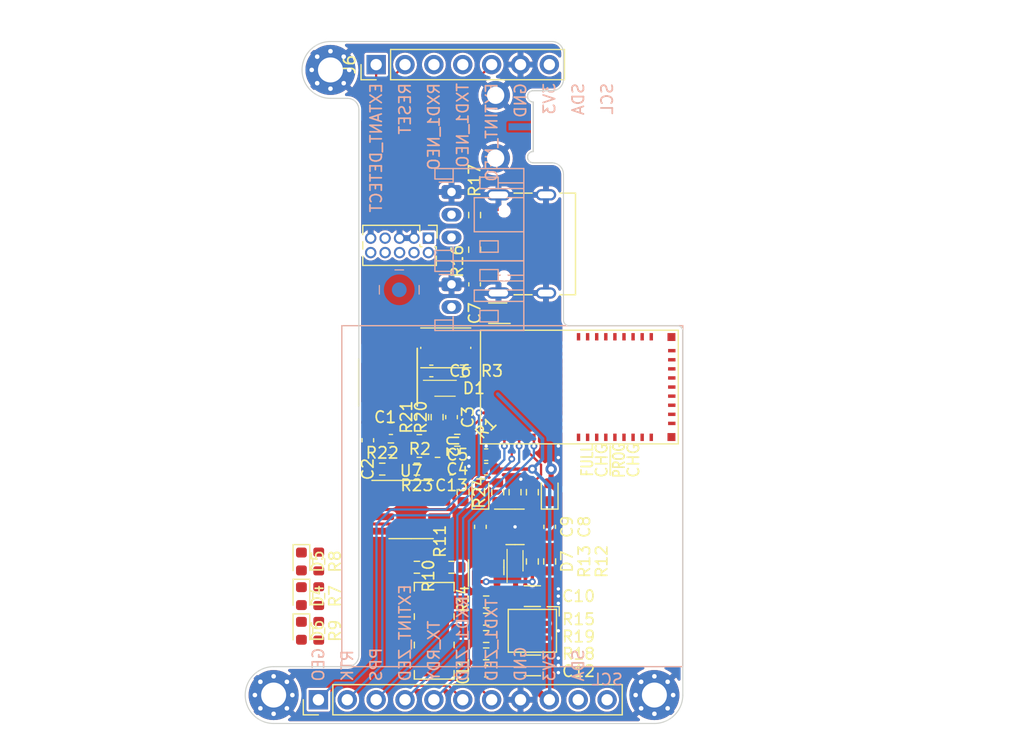
<source format=kicad_pcb>
(kicad_pcb (version 20211014) (generator pcbnew)
  (layers (0 "F.Cu" signal) (1 "In1.Cu" signal) (2 "In2.Cu" signal) (31 "B.Cu" signal) (34 "B.Paste" user) (35 "F.Paste" user) (36 "B.SilkS" user "B.Silkscreen") (37 "F.SilkS" user "F.Silkscreen") (38 "B.Mask" user) (39 "F.Mask" user) (44 "Edge.Cuts" user))
  (net 0 "")
  (net 1 "GND")
  (net 2 "+3.3V")
  (net 3 "/RTK")
  (net 4 "/SCL")
  (net 5 "/SDA")
  (net 6 "/TX_RDY")
  (net 7 "/TXD1_ZED")
  (net 8 "/TXD1_NEO")
  (net 9 "/EXTANT_DETECT")
  (net 10 "/GEO")
  (net 11 "/TP")
  (net 12 "/RXD1_ZED")
  (net 13 "/RESET")
  (net 14 "/EXTINT_ZED")
  (net 15 "/EXTINT_NEO")
  (net 16 "/RXD1_NEO")
  (net 17 "/DTR")
  (net 18 "VBUS")
  (net 19 "+BATT")
  (net 20 "VDD")
  (net 21 "Net-(C11-Pad1)")
  (net 22 "Net-(D2-Pad1)")
  (net 23 "Net-(D3-Pad2)")
  (net 24 "Net-(D4-Pad2)")
  (net 25 "Net-(D5-Pad2)")
  (net 26 "Net-(D6-Pad2)")
  (net 27 "Net-(J1-Pad1)")
  (net 28 "/SWDIO")
  (net 29 "/SWDCLK")
  (net 33 "/RESET_ZED_NEO")
  (net 34 "Net-(J7-PadA5)")
  (net 35 "/D+")
  (net 36 "/D-")
  (net 38 "Net-(J7-PadB5)")
  (net 40 "Net-(Q1-Pad1)")
  (net 41 "/nRF52_TXD")
  (net 42 "Net-(R1-Pad2)")
  (net 43 "Net-(R2-Pad1)")
  (net 44 "/CH340K_TXD")
  (net 45 "Net-(R4-Pad2)")
  (net 46 "/~{CHG_STAT}")
  (net 47 "/VBAT")
  (net 48 "/~{VBAT_EN}")
  (net 49 "Net-(R14-Pad2)")
  (net 50 "Net-(R15-Pad1)")
  (net 51 "Net-(R18-Pad1)")
  (net 52 "Net-(R19-Pad1)")
  (net 55 "/CH340K_RXD")
  (net 56 "/nRF52_RXD")
  (net 57 "/RoverMode")
  (net 58 "Net-(U3-Pad24)")
  (net 59 "Net-(U3-Pad34)")
  (net 94 "Net-(U5-PadA2)")
  (net 95 "Net-(U5-PadA4)")
  (net 97 "/BaseMode")
  (net 98 "/RS485_TXD")
  (net 99 "/RS485_RXD")
  (net 100 "/RS485_B")
  (net 101 "/RS485_A")
  (footprint "Capacitor_SMD:C_0603_1608Metric" (layer "F.Cu") (at 134.318 124.064 180)
    (fp_text reference "C1")
    (fp_text value "0.1u")
  )
  (footprint "Package_SO:SOIC-8_3.9x4.9mm_P1.27mm" (layer "F.Cu") (at 136.096 131.176)
    (fp_text reference "U7")
    (fp_text value "MAX3485")
  )
  (footprint "Resistor_SMD:R_0603_1608Metric" (layer "F.Cu") (at 142.7 139.304 180)
    (fp_text reference "R14")
    (fp_text value "Rtop")
  )
  (footprint "Capacitor_SMD:C_0603_1608Metric" (layer "F.Cu") (at 142.7 127.62 180)
    (fp_text reference "C4")
    (fp_text value "1u")
  )
  (footprint "Capacitor_SMD:C_0603_1608Metric" (layer "F.Cu") (at 142.7 126.35 180)
    (fp_text reference "C5")
    (fp_text value "0.1u")
  )
  (footprint "Resistor_SMD:R_0603_1608Metric" (layer "F.Cu") (at 148.288 135.748 -90)
    (fp_text reference "R12")
    (fp_text value "100k")
  )
  (footprint "Resistor_SMD:R_0603_1608Metric" (layer "F.Cu") (at 133.556 127.62)
    (fp_text reference "R22")
    (fp_text value "10k")
  )
  (footprint "Capacitor_SMD:C_0603_1608Metric" (layer "F.Cu") (at 137.874 118.984)
    (fp_text reference "C6")
    (fp_text value "0.1u")
  )
  (footprint "Connector_PinHeader_2.54mm:PinHeader_1x07_P2.54mm_Vertical" (layer "F.Cu") (at 133.02 92.032 90)
    (fp_text reference "J6")
    (fp_text value "NEO")
  )
  (footprint "Connector_PinHeader_2.54mm:PinHeader_1x11_P2.54mm_Vertical" (layer "F.Cu") (at 127.94 147.912 90)
    (fp_text reference "J4" hide)
    (fp_text value "ZED")
  )
  (footprint "Capacitor_SMD:C_0603_1608Metric" (layer "F.Cu") (at 139.652 123.048 -90)
    (fp_text reference "C3")
    (fp_text value "0.1u")
  )
  (footprint "Resistor_SMD:R_0603_1608Metric" (layer "F.Cu") (at 146.764 129.652 90)
    (fp_text reference "R5" hide)
    (fp_text value "1k")
  )
  (footprint "Converter_DCDC_extlib:Converter_DCDC_AnalogDevices_LTM4693" (layer "F.Cu") (at 146.764 141.844 -90)
    (fp_text reference "U5" hide)
    (fp_text value "LTM4693")
  )
  (footprint "Capacitor_SMD:C_0603_1608Metric" (layer "F.Cu") (at 139.652 127.62 180)
    (fp_text reference "C13")
    (fp_text value "0.1u")
  )
  (footprint "LED_SMD:LED_0603_1608Metric" (layer "F.Cu") (at 142.192 129.652 90)
    (fp_text reference "D3" hide)
    (fp_text value "GREEN")
  )
  (footprint "Package_TO_SOT_SMD:SOT-666" (layer "F.Cu") (at 143.716 113.904 180)
    (fp_text reference "U6" hide)
    (fp_text value "USBLC6-2P6")
  )
  (footprint "Capacitor_SMD:C_0603_1608Metric" (layer "F.Cu") (at 132.286 125.08 -90)
    (fp_text reference "C2")
    (fp_text value "0.1u")
  )
  (footprint "Capacitor_SMD:C_0603_1608Metric" (layer "F.Cu") (at 142.7 145.4)
    (fp_text reference "C11")
    (fp_text value "2200pF50V CH 1608")
  )
  (footprint "RF_Module_extlib:ISP4520-AS_with_Keep-Out" (layer "F.Cu") (at 159.5 115.5)
    (fp_text reference "U3" hide)
    (fp_text value "ISP4520-AS")
  )
  (footprint "Resistor_SMD:R_0603_1608Metric" (layer "F.Cu") (at 127.968 135.748 -90)
    (fp_text reference "R8")
    (fp_text value "1k")
  )
  (footprint "Package_SO:SSOP-10_3.9x4.9mm_P1.00mm" (layer "F.Cu") (at 134.064 120 -90)
    (fp_text reference "U1" hide)
    (fp_text value "CH340K")
  )
  (footprint "LED_SMD:LED_0603_1608Metric" (layer "F.Cu") (at 148.288 129.652 90)
    (fp_text reference "D2" hide)
    (fp_text value "RED")
  )
  (footprint "Capacitor_SMD:C_0603_1608Metric" (layer "F.Cu") (at 142.192 132.7 90)
    (fp_text reference "C9")
    (fp_text value "47μF6.3V X5R 1608")
  )
  (footprint "Capacitor_SMD:C_0603_1608Metric" (layer "F.Cu") (at 148.288 132.7 -90)
    (fp_text reference "C8")
    (fp_text value "0.1u")
  )
  (footprint "Resistor_SMD:R_0603_1608Metric" (layer "F.Cu") (at 136.604 136.256 180)
    (fp_text reference "R11")
    (fp_text value "510k")
  )
  (footprint "LED_SMD:LED_0603_1608Metric" (layer "F.Cu") (at 126.444 138.796 -90)
    (fp_text reference "D4")
    (fp_text value "RTK")
  )
  (footprint "Resistor_SMD:R_0603_1608Metric" (layer "F.Cu") (at 127.968 141.844 -90)
    (fp_text reference "R9")
    (fp_text value "1k")
  )
  (footprint "Package_DFN_QFN_extlib:Texas_RMG0012A_1.8x1.8mm_P0.4mm" (layer "F.Cu") (at 137.62 125.588 -90)
    (fp_text reference "U2")
    (fp_text value "TMUX131")
  )
  (footprint "Boards_extlib:CLAS_Combo_Breakout" (layer "F.Cu") (at 130 120)
    (fp_text reference "REF**" hide)
    (fp_text value "CLAS_Combo_Breakout")
  )
  (footprint "Resistor_SMD:R_0603_1608Metric" (layer "F.Cu") (at 140.668 129.652 -90)
    (fp_text reference "R24")
    (fp_text value "120")
  )
  (footprint "Connector_USB_extlib:USB_C_Receptacle_5077CR-16-SMC2-BK-TR" (layer "F.Cu") (at 145.748 107.808 90)
    (fp_text reference "J7" hide)
    (fp_text value "USB_C_Receptacle_USB2.0")
  )
  (footprint "Resistor_SMD:R_0603_1608Metric" (layer "F.Cu") (at 142.7 143.876 180)
    (fp_text reference "R18")
    (fp_text value "10k")
  )
  (footprint "Resistor_SMD:R_0603_1608Metric" (layer "F.Cu") (at 137.112 123.048 90)
    (fp_text reference "R21")
    (fp_text value "10k")
  )
  (footprint "Package_TO_SOT_SMD:SOT-23-5" (layer "F.Cu") (at 145.24 132.7)
    (fp_text reference "U4" hide)
    (fp_text value "MCP73831-2-OT")
  )
  (footprint "MountingHole:MountingHole_2.2mm_M2_Pad_Via" (layer "F.Cu") (at 157.5 147.5)
    (fp_text reference "H1" hide)
    (fp_text value "MH")
  )
  (footprint "Resistor_SMD:R_0603_1608Metric" (layer "F.Cu") (at 142.7 142.352 180)
    (fp_text reference "R19")
    (fp_text value "26.2k")
  )
  (footprint "MountingHole:MountingHole_2.2mm_M2_Pad_Via" (layer "F.Cu") (at 129 92.5)
    (fp_text reference "H2" hide)
    (fp_text value "MH")
  )
  (footprint "Capacitor_SMD:C_0603_1608Metric" (layer "F.Cu") (at 141.684 111.364 90)
    (fp_text reference "C7")
    (fp_text value "47μF6.3V X5R 1608")
  )
  (footprint "Resistor_SMD:R_0603_1608Metric" (layer "F.Cu") (at 146.764 135.748 -90)
    (fp_text reference "R13")
    (fp_text value "10")
  )
  (footprint "Resistor_SMD:R_0603_1608Metric" (layer "F.Cu") (at 145.24 129.652 -90)
    (fp_text reference "R4" hide)
    (fp_text value "RILIM")
  )
  (footprint "Resistor_SMD:R_0603_1608Metric" (layer "F.Cu") (at 142.7 140.828 180)
    (fp_text reference "R15")
    (fp_text value "Rbtm")
  )
  (footprint "Resistor_SMD:R_0603_1608Metric" (layer "F.Cu") (at 138.382 123.048 90)
    (fp_text reference "R20")
    (fp_text value "10k")
  )
  (footprint "Button_Switch_SMD:SW_Push_1P1T_NO_Vertical_Wuerth_434133025816" (layer "F.Cu") (at 139.144 116.952 180)
    (fp_text reference "SW1" hide)
    (fp_text value "SW_Push")
  )
  (footprint "Resistor_SMD:R_0603_1608Metric" (layer "F.Cu") (at 140.16 125.08)
    (fp_text reference "R1")
    (fp_text value "33")
  )
  (footprint "Resistor_SMD:R_0603_1608Metric" (layer "F.Cu") (at 127.968 138.796 -90)
    (fp_text reference "R7")
    (fp_text value "1k")
  )
  (footprint "Resistor_SMD:R_0603_1608Metric" (layer "F.Cu") (at 141.684 108.316 90)
    (fp_text reference "R16")
    (fp_text value "5.1k")
  )
  (footprint "Resistor_SMD:R_0603_1608Metric" (layer "F.Cu") (at 140.668 118.984)
    (fp_text reference "R3")
    (fp_text value "10k")
  )
  (footprint "Resistor_SMD:R_0603_1608Metric" (layer "F.Cu") (at 139.652 136.256 180)
    (fp_text reference "R10")
    (fp_text value "1M")
  )
  (footprint "MountingHole:MountingHole_2.2mm_M2_Pad_Via" (layer "F.Cu") (at 124 147.5)
    (fp_text reference "H3" hide)
    (fp_text value "MH")
  )
  (footprint "LED_SMD:LED_0603_1608Metric" (layer "F.Cu") (at 126.444 135.748 -90)
    (fp_text reference "D5")
    (fp_text value "GEO")
  )
  (footprint "Capacitor_SMD:C_1206_3216Metric" (layer "F.Cu") (at 146.764 144.892)
    (fp_text reference "C12")
    (fp_text value "220μF4V X6S 3216")
  )
  (footprint "Button_Switch_SMD_extlib:SW_SPDT_SSSS213202" (layer "F.Cu") (at 138.128 141.844 -90)
    (fp_text reference "SW2" hide)
    (fp_text value "SW_SPDT")
  )
  (footprint "Resistor_SMD:R_0603_1608Metric" (layer "F.Cu") (at 136.604 127.62 180)
    (fp_text reference "R23")
    (fp_text value "10k")
  )
  (footprint "Resistor_SMD:R_0603_1608Metric" (layer "F.Cu") (at 134.318 125.842)
    (fp_text reference "R2")
    (fp_text value "33")
  )
  (footprint "CUHS20S30:CUHS20S30" (layer "F.Cu") (at 139.078 120.508)
    (fp_text reference "D1")
    (fp_text value "CUHS20S30" hide)
  )
  (footprint "CUHS20S30:CUHS20S30" (layer "F.Cu") (at 145.24 135.682 90)
    (fp_text reference "D7")
    (fp_text value "CUHS20S30" hide)
  )
  (footprint "Resistor_SMD:R_0603_1608Metric" (layer "F.Cu") (at 143.716 129.652 90)
    (fp_text reference "R6" hide)
    (fp_text value "1k")
  )
  (footprint "Package_TO_SOT_SMD:SOT-23" (layer "F.Cu") (at 142.7 136.256 90)
    (fp_text reference "Q1" hide)
    (fp_text value "AO3415A")
  )
  (footprint "Connector_PinHeader_1.27mm:PinHeader_2x05_P1.27mm_Vertical" (layer "F.Cu") (at 137.62 107.3 -90)
    (fp_text reference "J3" hide)
    (fp_text value "SWD")
  )
  (footprint "Resistor_SMD:R_0603_1608Metric" (layer "F.Cu") (at 141.684 105.268 90)
    (fp_text reference "R17")
    (fp_text value "5.1k")
  )
  (footprint "Capacitor_SMD:C_1206_3216Metric" (layer "F.Cu") (at 146.764 138.796)
    (fp_text reference "C10")
    (fp_text value "100μF10V X5R 3216")
  )
  (footprint "LED_SMD:LED_0603_1608Metric" (layer "F.Cu") (at 126.444 141.844 -90)
    (fp_text reference "D6")
    (fp_text value "PPS")
  )
  (footprint "Connector_JST:JST_PH_S2B-PH-K_1x02_P2.00mm_Horizontal" (layer "B.Cu") (at 139.652 111.364 -90)
    (fp_text reference "J5" hide)
    (fp_text value "BATT")
  )
  (footprint "Connector_Coaxial_extlib:SMA_Molex_0732512440_embed" (layer "B.Cu") (at 148.5 97.5 180)
    (fp_text reference "J2" hide)
    (fp_text value "SMA")
    (fp_line (start 1.66 -3.175) (end 0 -3.175) (layer "Edge.Cuts") (width 0.12))
    (fp_line (start 1.66 -2.175) (end 1.66 2.175) (layer "Edge.Cuts") (width 0.12))
    (fp_line (start 1.66 3.175) (end 0 3.175) (layer "Edge.Cuts") (width 0.12))
    (fp_arc (start 1.66 2.175) (mid 2.16 2.675) (end 1.66 3.175) (layer "Edge.Cuts") (width 0.12))
    (fp_arc (start 1.66 -3.175) (mid 2.16 -2.675) (end 1.66 -2.175) (layer "Edge.Cuts") (width 0.12))
  )
  (footprint "Connector_JST:JST_PH_S3B-PH-K_1x03_P2.00mm_Horizontal" (layer "B.Cu") (at 139.652 103.236 -90)
    (fp_text reference "J8" hide)
    (fp_text value "RS485")
  )
  (footprint "Battery_extlib:LiPo_3.7V_500mAh_503030" (layer "B.Cu") (at 145 130 90)
    (fp_text reference "REF**" hide)
    (fp_text value "LiPo_3.7V_500mAh_503030")
  )
  (footprint "Connector_Coaxial_extlib:MMCX_Samtec_MMCX-P-P-H-ST-SM1_Male" (layer "B.Cu") (at 135.052 111.844 180)
    (fp_text reference "J1" hide)
    (fp_text value "MMCX" hide)
  )
  (gr_line (start 153.622 125.588) (end 153.622 128.128) (layer "F.SilkS") (width 0.15))
  (gr_line (start 159.5 115) (end 150 115) (layer "Edge.Cuts") (width 0.1))
  (gr_line (start 149.5 93.325) (end 149.5 91) (layer "Edge.Cuts") (width 0.1))
  (gr_arc (start 149.5 93.325) (mid 149.207107 94.032107) (end 148.5 94.325) (layer "Edge.Cuts") (width 0.1))
  (gr_line (start 160 147.5) (end 160 115.5) (layer "Edge.Cuts") (width 0.1))
  (gr_line (start 131.5 96) (end 131.5 144) (layer "Edge.Cuts") (width 0.1))
  (gr_line (start 148.5 90) (end 129 90) (layer "Edge.Cuts") (width 0.1))
  (gr_arc (start 129 95) (mid 127.232233 94.267767) (end 126.5 92.5) (layer "Edge.Cuts") (width 0.1))
  (gr_arc (start 131.5 144) (mid 131.207107 144.707107) (end 130.5 145) (layer "Edge.Cuts") (width 0.1))
  (gr_arc (start 159.5 115) (mid 159.853553 115.146447) (end 160 115.5) (layer "Edge.Cuts") (width 0.1))
  (gr_arc (start 150 115) (mid 149.646447 114.853553) (end 149.5 114.5) (layer "Edge.Cuts") (width 0.1))
  (gr_arc (start 130.5 95) (mid 131.207107 95.292893) (end 131.5 96) (layer "Edge.Cuts") (width 0.1))
  (gr_line (start 129 95) (end 130.5 95) (layer "Edge.Cuts") (width 0.1))
  (gr_arc (start 160 147.5) (mid 159.267767 149.267767) (end 157.5 150) (layer "Edge.Cuts") (width 0.1))
  (gr_arc (start 148.5 90) (mid 149.207107 90.292893) (end 149.5 91) (layer "Edge.Cuts") (width 0.1))
  (gr_line (start 149.5 114.5) (end 149.5 101.675) (layer "Edge.Cuts") (width 0.1))
  (gr_arc (start 126.5 92.5) (mid 127.232233 90.732233) (end 129 90) (layer "Edge.Cuts") (width 0.1))
  (gr_line (start 124 145) (end 130.5 145) (layer "Edge.Cuts") (width 0.1))
  (gr_arc (start 124 150) (mid 121.5 147.5) (end 124 145) (layer "Edge.Cuts") (width 0.1))
  (gr_line (start 124 150) (end 157.5 150) (layer "Edge.Cuts") (width 0.1))
  (gr_arc (start 148.5 100.675) (mid 149.207107 100.967893) (end 149.5 101.675) (layer "Edge.Cuts") (width 0.1))
  (gr_text "RESET" (at 135.56 93.556 90) (layer "B.SilkS") (effects (font (size 1 1)) (justify left mirror)))
  (gr_text "TXD1_NEO" (at 140.64 93.556 90) (layer "B.SilkS") (effects (font (size 1 1)) (justify left mirror)))
  (gr_text "GND" (at 145.72 93.556 90) (layer "B.SilkS") (effects (font (size 1 1)) (justify left mirror)))
  (gr_text "3V3" (at 148.26 93.556 90) (layer "B.SilkS") (effects (font (size 1 1)) (justify left mirror)))
  (gr_text "SDA" (at 150.8 146.388 90) (layer "B.SilkS") (effects (font (size 1 1)) (justify right mirror)))
  (gr_text "3V3" (at 148.26 146.388 90) (layer "B.SilkS") (effects (font (size 1 1)) (justify right mirror)))
  (gr_text "EXTINT_ZED" (at 135.56 146.388 90) (layer "B.SilkS") (effects (font (size 1 1)) (justify right mirror)))
  (gr_text "EXTINT_NEO" (at 143.18 93.556 90) (layer "B.SilkS") (effects (font (size 1 1)) (justify left mirror)))
  (gr_text "SCL" (at 153.34 146.134) (layer "B.SilkS") (effects (font (size 1 1)) (justify mirror)))
  (gr_text "RTK" (at 130.48 146.388 90) (layer "B.SilkS") (effects (font (size 1 1)) (justify right mirror)))
  (gr_text "SCL" (at 153.34 93.556 90) (layer "B.SilkS") (effects (font (size 1 1)) (justify left mirror)))
  (gr_text "TX_RDY" (at 138.1 146.388 90) (layer "B.SilkS") (effects (font (size 1 1)) (justify right mirror)))
  (gr_text "TXD1_ZED" (at 143.18 146.388 90) (layer "B.SilkS") (effects (font (size 1 1)) (justify right mirror)))
  (gr_text "GND" (at 145.72 146.388 90) (layer "B.SilkS") (effects (font (size 1 1)) (justify right mirror)))
  (gr_text "GEO" (at 127.94 146.388 90) (layer "B.SilkS") (effects (font (size 1 1)) (justify right mirror)))
  (gr_text "RXD1_NEO" (at 138.1 93.556 90) (layer "B.SilkS") (effects (font (size 1 1)) (justify left mirror)))
  (gr_text "EXTANT_DETECT" (at 133.02 93.556 90) (layer "B.SilkS") (effects (font (size 1 1)) (justify left mirror)))
  (gr_text "RXD1_ZED" (at 140.64 146.388 90) (layer "B.SilkS") (effects (font (size 1 1)) (justify right mirror)))
  (gr_text "PPS" (at 133.02 146.388 90) (layer "B.SilkS") (effects (font (size 1 1)) (justify right mirror)))
  (gr_text "SDA" (at 150.8 93.556 90) (layer "B.SilkS") (effects (font (size 1 1)) (justify left mirror)))
  (gr_text "CHG" (at 155.654 126.858 90) (layer "F.SilkS") (effects (font (size 1 1))))
  (gr_text "PROG" (at 154.384 126.858 90) (layer "F.SilkS") (effects (font (size 1 0.75))))
  (gr_text "CHG" (at 152.86 126.858 90) (layer "F.SilkS") (effects (font (size 1 1))))
  (gr_text "FULL" (at 151.59 126.858 90) (layer "F.SilkS") (effects (font (size 1 0.8))))
  (via (at 149.05 138.161) (size 0.6) (drill 0.3) (layers "F.Cu" "B.Cu") (net 1))
  (via (at 149.05 138.796) (size 0.6) (drill 0.3) (layers "F.Cu" "B.Cu") (net 1))
  (via (at 149.05 144.892) (size 0.6) (drill 0.3) (layers "F.Cu" "B.Cu") (net 1))
  (via (at 145.748 128.509) (size 0.6) (drill 0.3) (layers "F.Cu" "B.Cu") (net 1))
  (via (at 149.05 139.431) (size 0.6) (drill 0.3) (layers "F.Cu" "B.Cu") (net 1))
  (via (at 141.176 126.604) (size 0.6) (drill 0.3) (layers "F.Cu" "B.Cu") (net 1))
  (via (at 145.24 132.7) (size 0.6) (drill 0.3) (layers "F.Cu" "B.Cu") (net 1))
  (via (at 149.05 141.844) (size 0.6) (drill 0.3) (layers "F.Cu" "B.Cu") (net 1))
  (via (at 142.7 125.588) (size 0.6) (drill 0.3) (layers "F.Cu" "B.Cu") (net 1))
  (via (at 149.05 126.604) (size 0.6) (drill 0.3) (layers "F.Cu" "B.Cu") (net 1))
  (via (at 149.05 144.257) (size 0.6) (drill 0.3) (layers "F.Cu" "B.Cu") (net 1))
  (via (at 141.176 127.366) (size 0.6) (drill 0.3) (layers "F.Cu" "B.Cu") (net 1))
  (via (at 149.05 125.588) (size 0.6) (drill 0.3) (layers "F.Cu" "B.Cu") (net 1))
  (via (at 149.05 145.527) (size 0.6) (drill 0.3) (layers "F.Cu" "B.Cu") (net 1))
  (segment (start 146.764 127.62) (end 143.475 127.62) (width 0.3) (layer "F.Cu") (net 2))
  (segment (start 143.475 125.448) (end 143.475 126.35) (width 0.3) (layer "F.Cu") (net 2))
  (segment (start 146.114 142.494) (end 146.114 143.144) (width 0.45) (layer "F.Cu") (net 2))
  (segment (start 145.289 144.589) (end 145.289 144.892) (width 0.45) (layer "F.Cu") (net 2))
  (segment (start 145.289 144.892) (end 145.289 145.195) (width 0.6) (layer "F.Cu") (net 2))
  (segment (start 143.65 124.825) (end 143.65 125.273) (width 0.3) (layer "F.Cu") (net 2))
  (segment (start 146.114 143.764) (end 145.289 144.589) (width 0.45) (layer "F.Cu") (net 2))
  (segment (start 148.006 147.912) (end 148.26 147.912) (width 0.6) (layer "F.Cu") (net 2))
  (segment (start 145.289 145.195) (end 148.006 147.912) (width 0.6) (layer "F.Cu") (net 2))
  (segment (start 143.65 125.273) (end 143.475 125.448) (width 0.3) (layer "F.Cu") (net 2))
  (segment (start 146.114 143.144) (end 146.114 143.764) (width 0.45) (layer "F.Cu") (net 2))
  (segment (start 146.114 143.144) (end 146.764 143.144) (width 0.45) (layer "F.Cu") (net 2))
  (segment (start 143.475 127.62) (end 143.475 126.35) (width 0.3) (layer "F.Cu") (net 2))
  (via (at 146.764 127.62) (size 0.8) (drill 0.4) (layers "F.Cu" "B.Cu") (net 2))
  (segment (start 148.26 147.912) (end 148.288 147.884) (width 0.3) (layer "B.Cu") (net 2))
  (segment (start 147.653 126.731) (end 147.653 124.953) (width 0.3) (layer "B.Cu") (net 2))
  (segment (start 148.288 129.144) (end 146.764 127.62) (width 0.3) (layer "B.Cu") (net 2))
  (segment (start 148.288 147.884) (end 148.288 129.144) (width 0.3) (layer "B.Cu") (net 2))
  (segment (start 147.653 124.953) (end 143.716 121.016) (width 0.3) (layer "B.Cu") (net 2))
  (segment (start 146.764 127.62) (end 147.653 126.731) (width 0.3) (layer "B.Cu") (net 2))
  (segment (start 144.3 124.825) (end 144.3 125.588) (width 0.2) (layer "F.Cu") (net 3))
  (via (at 144.3 125.588) (size 0.6) (drill 0.3) (layers "F.Cu" "B.Cu") (net 3))
  (segment (start 139.398 131.684) (end 144.3 126.782) (width 0.2) (layer "B.Cu") (net 3))
  (segment (start 134.572 131.684) (end 139.398 131.684) (width 0.2) (layer "B.Cu") (net 3))
  (segment (start 133.556 144.836) (end 133.556 132.7) (width 0.2) (layer "B.Cu") (net 3))
  (segment (start 130.48 147.912) (end 133.556 144.836) (width 0.2) (layer "B.Cu") (net 3))
  (segment (start 144.3 126.782) (end 144.3 125.588) (width 0.2) (layer "B.Cu") (net 3))
  (segment (start 133.556 132.7) (end 134.572 131.684) (width 0.2) (layer "B.Cu") (net 3))
  (segment (start 146.9 124.825) (end 146.9 125.588) (width 0.2) (layer "F.Cu") (net 6))
  (via (at 146.9 125.588) (size 0.6) (drill 0.3) (layers "F.Cu" "B.Cu") (net 6))
  (segment (start 141.176 144.836) (end 141.176 132.192) (width 0.2) (layer "B.Cu") (net 6))
  (segment (start 141.176 132.192) (end 146.9 126.468) (width 0.2) (layer "B.Cu") (net 6))
  (segment (start 138.1 147.912) (end 141.176 144.836) (width 0.2) (layer "B.Cu") (net 6))
  (segment (start 146.9 126.468) (end 146.9 125.588) (width 0.2) (layer "B.Cu") (net 6))
  (segment (start 141.43 146.162) (end 136.35 146.162) (width 0.2) (layer "F.Cu") (net 7))
  (segment (start 141.43 146.162) (end 143.18 147.912) (width 0.2) (layer "F.Cu") (net 7))
  (segment (start 136.35 146.162) (end 136.096 145.908) (width 0.2) (layer "F.Cu") (net 7))
  (segment (start 132.032 94.6) (end 132.032 96.632) (width 0.2) (layer "F.Cu") (net 9))
  (segment (start 133.02 93.612) (end 132.54 94.092) (width 0.2) (layer "F.Cu") (net 9))
  (segment (start 133.02 92.032) (end 133.02 93.612) (width 0.2) (layer "F.Cu") (net 9))
  (segment (start 132.54 94.092) (end 132.032 94.6) (width 0.2) (layer "F.Cu") (net 9))
  (segment (start 142.073 122.675) (end 142.065 122.667) (width 0.2) (layer "F.Cu") (net 10))
  (segment (start 142.775 122.675) (end 142.073 122.675) (width 0.2) (layer "F.Cu") (net 10))
  (via (at 142.065 122.667) (size 0.6) (drill 0.3) (layers "F.Cu" "B.Cu") (net 10))
  (segment (start 133.048 144.384) (end 133.048 132.446) (width 0.2) (layer "B.Cu") (net 10))
  (segment (start 142.065 128.255) (end 142.065 122.667) (width 0.2) (layer "B.Cu") (net 10))
  (segment (start 139.144 131.176) (end 142.065 128.255) (width 0.2) (layer "B.Cu") (net 10))
  (segment (start 131.016 146.416) (end 133.048 144.384) (width 0.2) (layer "B.Cu") (net 10))
  (segment (start 134.318 131.176) (end 139.144 131.176) (width 0.2) (layer "B.Cu") (net 10))
  (segment (start 127.94 147.912) (end 129.436 146.416) (width 0.2) (layer "B.Cu") (net 10))
  (segment (start 133.048 132.446) (end 134.318 131.176) (width 0.2) (layer "B.Cu") (net 10))
  (segment (start 129.436 146.416) (end 131.016 146.416) (width 0.2) (layer "B.Cu") (net 10))
  (segment (start 144.95 124.825) (end 144.95 126.731) (width 0.2) (layer "F.Cu") (net 11))
  (via (at 144.95 126.731) (size 0.6) (drill 0.3) (layers "F.Cu" "B.Cu") (net 11))
  (segment (start 140.16 131.684) (end 140.16 140.772) (width 0.2) (layer "B.Cu") (net 11))
  (segment (start 144.95 126.894) (end 140.16 131.684) (width 0.2) (layer "B.Cu") (net 11))
  (segment (start 144.95 126.731) (end 144.95 126.894) (width 0.2) (layer "B.Cu") (net 11))
  (segment (start 140.16 140.772) (end 133.02 147.912) (width 0.2) (layer "B.Cu") (net 11))
  (segment (start 139.398 146.67) (end 136.096 146.67) (width 0.2) (layer "F.Cu") (net 12))
  (segment (start 140.64 147.912) (end 139.398 146.67) (width 0.2) (layer "F.Cu") (net 12))
  (segment (start 136.096 146.67) (end 135.588 146.162) (width 0.2) (layer "F.Cu") (net 12))
  (segment (start 145.6 124.825) (end 145.6 125.588) (width 0.2) (layer "F.Cu") (net 14))
  (via (at 145.6 125.588) (size 0.6) (drill 0.3) (layers "F.Cu" "B.Cu") (net 14))
  (segment (start 135.56 147.912) (end 140.668 142.804) (width 0.2) (layer "B.Cu") (net 14))
  (segment (start 140.668 142.804) (end 140.668 131.938) (width 0.2) (layer "B.Cu") (net 14))
  (segment (start 145.6 127.006) (end 145.6 125.588) (width 0.2) (layer "B.Cu") (net 14))
  (segment (start 140.668 131.938) (end 145.6 127.006) (width 0.2) (layer "B.Cu") (net 14))
  (segment (start 143.18 92.032) (end 141.628 93.584) (width 0.2) (layer "F.Cu") (net 15))
  (segment (start 133.048 95.616) (end 133.048 96.632) (width 0.2) (layer "F.Cu") (net 15))
  (segment (start 134.572 94.092) (end 133.048 95.616) (width 0.2) (layer "F.Cu") (net 15))
  (segment (start 139.144 93.584) (end 135.08 93.584) (width 0.2) (layer "F.Cu") (net 15))
  (segment (start 135.08 93.584) (end 134.572 94.092) (width 0.2) (layer "F.Cu") (net 15))
  (segment (start 141.628 93.584) (end 139.144 93.584) (width 0.2) (layer "F.Cu") (net 15))
  (segment (start 149.188 129.7645) (end 148.288 128.8645) (width 0.45) (layer "F.Cu") (net 18))
  (segment (start 148.415 128.7375) (end 148.288 128.8645) (width 0.45) (layer "F.Cu") (net 18))
  (segment (start 148.415 127.62) (end 148.415 128.7375) (width 0.45) (layer "F.Cu") (net 18))
  (segment (start 146.764 134.923) (end 146.764 134.0365) (width 0.45) (layer "F.Cu") (net 18))
  (segment (start 145.24 134.859) (end 146.764 134.859) (width 0.45) (layer "F.Cu") (net 18))
  (segment (start 148.113 133.65) (end 148.288 133.475) (width 0.45) (layer "F.Cu") (net 18))
  (segment (start 148.288 133.475) (end 149.188 132.575) (width 0.45) (layer "F.Cu") (net 18))
  (segment (start 149.188 132.575) (end 149.188 129.7645) (width 0.45) (layer "F.Cu") (net 18))
  (segment (start 146.764 134.859) (end 146.764 134.923) (width 0.45) (layer "F.Cu") (net 18))
  (segment (start 145.24 134.732) (end 145.24 134.859) (width 0.45) (layer "F.Cu") (net 18))
  (segment (start 146.3775 133.65) (end 148.113 133.65) (width 0.45) (layer "F.Cu") (net 18))
  (via (at 148.415 127.62) (size 1) (drill 0.5) (layers "F.Cu" "B.Cu") (net 18))
  (arc (start 146.764 134.0365) (mid 146.650797 133.763203) (end 146.3775 133.65) (width 0.45) (layer "F.Cu") (net 18))
  (segment (start 148.288 127.493) (end 148.415 127.62) (width 0.45) (layer "B.Cu") (net 18))
  (segment (start 148.288 125.588) (end 148.288 127.493) (width 0.45) (layer "B.Cu") (net 18))
  (segment (start 144.1025 133.65) (end 143.7312 133.65) (width 0.45) (layer "F.Cu") (net 19))
  (segment (start 142.7 133.983) (end 142.192 133.475) (width 0.45) (layer "F.Cu") (net 19))
  (segment (start 143.7312 133.65) (end 143.3982 133.983) (width 0.45) (layer "F.Cu") (net 19))
  (segment (start 143.3982 133.983) (end 142.7 133.983) (width 0.45) (layer "F.Cu") (net 19))
  (segment (start 142.7 135.3185) (end 142.7 133.983) (width 0.45) (layer "F.Cu") (net 19))
  (segment (start 145.289 138.796) (end 144.033 138.796) (width 0.3) (layer "F.Cu") (net 20))
  (segment (start 146.764 140.544) (end 146.114 140.544) (width 0.45) (layer "F.Cu") (net 20))
  (segment (start 145.289 136.681) (end 145.24 136.632) (width 0.45) (layer "F.Cu") (net 20))
  (segment (start 145.289 139.099) (end 145.289 138.796) (width 0.45) (layer "F.Cu") (net 20))
  (segment (start 145.289 138.796) (end 145.289 136.681) (width 0.45) (layer "F.Cu") (net 20))
  (segment (start 146.114 139.924) (end 145.289 139.099) (width 0.45) (layer "F.Cu") (net 20))
  (segment (start 146.114 140.544) (end 146.114 139.924) (width 0.45) (layer "F.Cu") (net 20))
  (segment (start 144.033 138.796) (end 143.525 139.304) (width 0.3) (layer "F.Cu") (net 20))
  (segment (start 145.464 141.194) (end 146.114 141.194) (width 0.45) (layer "F.Cu") (net 20))
  (segment (start 146.114 141.844) (end 146.114 140.544) (width 0.45) (layer "F.Cu") (net 20))
  (segment (start 143.65 137.1935) (end 144.6785 137.1935) (width 0.45) (layer "F.Cu") (net 20))
  (arc (start 144.6785 137.1935) (mid 145.07554 137.02904) (end 145.24 136.632) (width 0.45) (layer "F.Cu") (net 20))
  (segment (start 141.875 145.35) (end 141.925 145.4) (width 0.3) (layer "F.Cu") (net 21))
  (segment (start 141.875 143.876) (end 141.875 145.35) (width 0.3) (layer "F.Cu") (net 21))
  (segment (start 148.2505 130.477) (end 148.288 130.4395) (width 0.3) (layer "F.Cu") (net 22))
  (segment (start 146.764 130.477) (end 148.2505 130.477) (width 0.3) (layer "F.Cu") (net 22))
  (segment (start 142.2295 128.827) (end 142.192 128.8645) (width 0.3) (layer "F.Cu") (net 23))
  (segment (start 143.716 128.827) (end 142.2295 128.827) (width 0.3) (layer "F.Cu") (net 23))
  (segment (start 135.56 92.032) (end 132.54 95.052) (width 0.2) (layer "F.Cu") (net 33))
  (segment (start 132.54 95.616) (end 132.54 96.632) (width 0.2) (layer "F.Cu") (net 33))
  (segment (start 132.54 95.052) (end 132.54 95.616) (width 0.2) (layer "F.Cu") (net 33))
  (segment (start 146.764 136.573) (end 146.764 137.526) (width 0.3) (layer "F.Cu") (net 40))
  (segment (start 141.75 137.1935) (end 141.75 137.526) (width 0.3) (layer "F.Cu") (net 40))
  (segment (start 148.288 136.573) (end 146.764 136.573) (width 0.3) (layer "F.Cu") (net 40))
  (segment (start 141.75 137.526) (end 142.7 137.526) (width 0.3) (layer "F.Cu") (net 40))
  (via (at 142.7 137.526) (size 0.6) (drill 0.3) (layers "F.Cu" "B.Cu") (net 40))
  (via (at 146.764 137.526) (size 0.6) (drill 0.3) (layers "F.Cu" "B.Cu") (net 40))
  (segment (start 146.764 137.526) (end 142.7 137.526) (width 0.3) (layer "B.Cu") (net 40))
  (segment (start 142.775 122.025) (end 141.818 122.025) (width 0.2) (layer "F.Cu") (net 42))
  (segment (start 145.24 131.303) (end 145.24 130.477) (width 0.3) (layer "F.Cu") (net 45))
  (segment (start 146.3775 131.75) (end 145.687 131.75) (width 0.3) (layer "F.Cu") (net 45))
  (arc (start 145.687 131.75) (mid 145.370923 131.619077) (end 145.24 131.303) (width 0.3) (layer "F.Cu") (net 45))
  (segment (start 147.526 127.239) (end 147.526 128.128) (width 0.2) (layer "F.Cu") (net 46))
  (segment (start 143.716 131.75) (end 143.716 130.477) (width 0.3) (layer "F.Cu") (net 46))
  (segment (start 146.25 125.963) (end 147.526 127.239) (width 0.2) (layer "F.Cu") (net 46))
  (segment (start 144.541 129.652) (end 145.939 129.652) (width 0.3) (layer "F.Cu") (net 46))
  (segment (start 143.716 130.477) (end 144.541 129.652) (width 0.3) (layer "F.Cu") (net 46))
  (segment (start 146.827 128.827) (end 147.526 128.128) (width 0.2) (layer "F.Cu") (net 46))
  (segment (start 146.764 128.827) (end 146.827 128.827) (width 0.2) (layer "F.Cu") (net 46))
  (segment (start 146.25 124.825) (end 146.25 125.963) (width 0.2) (layer "F.Cu") (net 46))
  (segment (start 144.1025 131.75) (end 143.716 131.75) (width 0.3) (layer "F.Cu") (net 46))
  (segment (start 145.939 129.652) (end 146.764 128.827) (width 0.3) (layer "F.Cu") (net 46))
  (segment (start 142.775 123.975) (end 142.027 123.975) (width 0.2) (layer "F.Cu") (net 47))
  (segment (start 142.027 123.975) (end 141.684 124.318) (width 0.2) (layer "F.Cu") (net 47))
  (segment (start 142.775 123.325) (end 142.042 123.325) (width 0.2) (layer "F.Cu") (net 48))
  (segment (start 142.042 123.325) (end 141.176 124.191) (width 0.2) (layer "F.Cu") (net 48))
  (segment (start 142.7 138.796) (end 142.7 140.003) (width 0.3) (layer "F.Cu") (net 50))
  (segment (start 143.525 140.828) (end 144.478 140.828) (width 0.3) (layer "F.Cu") (net 50))
  (segment (start 144.762 140.544) (end 145.464 140.544) (width 0.3) (layer "F.Cu") (net 50))
  (segment (start 142.319 138.415) (end 142.7 138.796) (width 0.3) (layer "F.Cu") (net 50))
  (segment (start 144.478 140.828) (end 144.762 140.544) (width 0.3) (layer "F.Cu") (net 50))
  (segment (start 142.7 140.003) (end 143.525 140.828) (width 0.3) (layer "F.Cu") (net 50))
  (segment (start 144.257 143.144) (end 145.464 143.144) (width 0.3) (layer "F.Cu") (net 51))
  (segment (start 143.525 143.876) (end 144.257 143.144) (width 0.3) (layer "F.Cu") (net 51))
  (segment (start 143.667 142.494) (end 143.525 142.352) (width 0.3) (layer "F.Cu") (net 52))
  (segment (start 145.464 142.494) (end 143.667 142.494) (width 0.3) (layer "F.Cu") (net 52))
  (segment (start 149.075 123.325) (end 149.075 123.975) (width 0.3) (layer "F.Cu") (net 58))
  (segment (start 149.075 116.825) (end 149.075 117.475) (width 0.3) (layer "F.Cu") (net 59))
  (segment (start 146.764 141.194) (end 148.064 141.194) (width 0.45) (layer "F.Cu") (net 94))
  (segment (start 146.764 142.494) (end 148.064 142.494) (width 0.45) (layer "F.Cu") (net 95))
  (zone (net 1) (net_name "GND") (layers "F.Cu" "In1.Cu" "In2.Cu" "B.Cu") (connect_pads thru_hole_only (clearance 0.2)) (min_thickness 0.254) (fill yes (thermal_gap 0.254) (thermal_bridge_width 0.508))
    (polygon (pts (xy 160 150) (xy 100 150) (xy 100 127.5) (xy 110 127.5) (xy 110 112.5) (xy 100 112.5) (xy 100 90) (xy 160 90)))
  )
)
</source>
